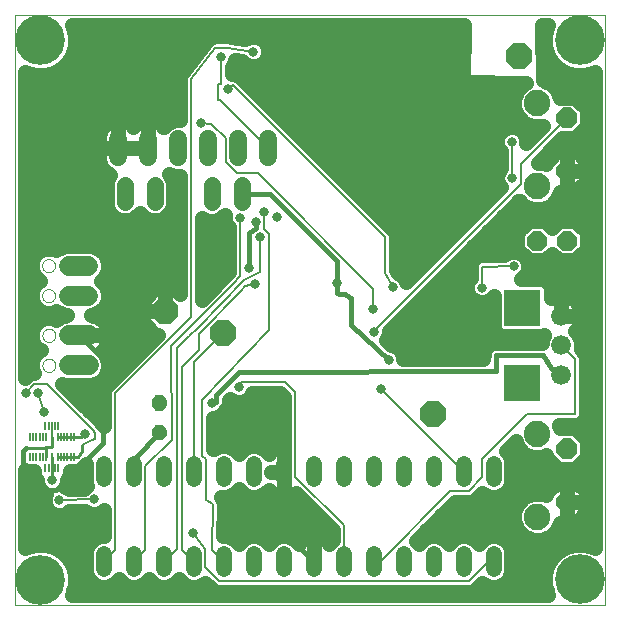
<source format=gtl>
G75*
%MOIN*%
%OFA0B0*%
%FSLAX24Y24*%
%IPPOS*%
%LPD*%
%AMOC8*
5,1,8,0,0,1.08239X$1,22.5*
%
%ADD10C,0.0000*%
%ADD11OC8,0.0850*%
%ADD12C,0.0520*%
%ADD13C,0.0560*%
%ADD14C,0.0104*%
%ADD15OC8,0.0660*%
%ADD16OC8,0.0700*%
%ADD17C,0.0885*%
%ADD18C,0.0660*%
%ADD19R,0.1227X0.1227*%
%ADD20C,0.0600*%
%ADD21C,0.0650*%
%ADD22R,0.0112X0.0276*%
%ADD23C,0.0160*%
%ADD24C,0.0317*%
%ADD25C,0.0110*%
%ADD26C,0.0500*%
%ADD27C,0.0100*%
%ADD28C,0.0080*%
%ADD29C,0.1660*%
D10*
X000350Y000350D02*
X000350Y020035D01*
X020035Y020035D01*
X020035Y000350D01*
X000350Y000350D01*
X001267Y008344D02*
X001269Y008373D01*
X001275Y008401D01*
X001284Y008429D01*
X001297Y008455D01*
X001314Y008478D01*
X001333Y008500D01*
X001355Y008519D01*
X001380Y008534D01*
X001406Y008547D01*
X001434Y008555D01*
X001462Y008560D01*
X001491Y008561D01*
X001520Y008558D01*
X001548Y008551D01*
X001575Y008541D01*
X001601Y008527D01*
X001624Y008510D01*
X001645Y008490D01*
X001663Y008467D01*
X001678Y008442D01*
X001689Y008415D01*
X001697Y008387D01*
X001701Y008358D01*
X001701Y008330D01*
X001697Y008301D01*
X001689Y008273D01*
X001678Y008246D01*
X001663Y008221D01*
X001645Y008198D01*
X001624Y008178D01*
X001601Y008161D01*
X001575Y008147D01*
X001548Y008137D01*
X001520Y008130D01*
X001491Y008127D01*
X001462Y008128D01*
X001434Y008133D01*
X001406Y008141D01*
X001380Y008154D01*
X001355Y008169D01*
X001333Y008188D01*
X001314Y008210D01*
X001297Y008233D01*
X001284Y008259D01*
X001275Y008287D01*
X001269Y008315D01*
X001267Y008344D01*
X001267Y009344D02*
X001269Y009373D01*
X001275Y009401D01*
X001284Y009429D01*
X001297Y009455D01*
X001314Y009478D01*
X001333Y009500D01*
X001355Y009519D01*
X001380Y009534D01*
X001406Y009547D01*
X001434Y009555D01*
X001462Y009560D01*
X001491Y009561D01*
X001520Y009558D01*
X001548Y009551D01*
X001575Y009541D01*
X001601Y009527D01*
X001624Y009510D01*
X001645Y009490D01*
X001663Y009467D01*
X001678Y009442D01*
X001689Y009415D01*
X001697Y009387D01*
X001701Y009358D01*
X001701Y009330D01*
X001697Y009301D01*
X001689Y009273D01*
X001678Y009246D01*
X001663Y009221D01*
X001645Y009198D01*
X001624Y009178D01*
X001601Y009161D01*
X001575Y009147D01*
X001548Y009137D01*
X001520Y009130D01*
X001491Y009127D01*
X001462Y009128D01*
X001434Y009133D01*
X001406Y009141D01*
X001380Y009154D01*
X001355Y009169D01*
X001333Y009188D01*
X001314Y009210D01*
X001297Y009233D01*
X001284Y009259D01*
X001275Y009287D01*
X001269Y009315D01*
X001267Y009344D01*
X001259Y010670D02*
X001261Y010699D01*
X001267Y010727D01*
X001276Y010755D01*
X001289Y010781D01*
X001306Y010804D01*
X001325Y010826D01*
X001347Y010845D01*
X001372Y010860D01*
X001398Y010873D01*
X001426Y010881D01*
X001454Y010886D01*
X001483Y010887D01*
X001512Y010884D01*
X001540Y010877D01*
X001567Y010867D01*
X001593Y010853D01*
X001616Y010836D01*
X001637Y010816D01*
X001655Y010793D01*
X001670Y010768D01*
X001681Y010741D01*
X001689Y010713D01*
X001693Y010684D01*
X001693Y010656D01*
X001689Y010627D01*
X001681Y010599D01*
X001670Y010572D01*
X001655Y010547D01*
X001637Y010524D01*
X001616Y010504D01*
X001593Y010487D01*
X001567Y010473D01*
X001540Y010463D01*
X001512Y010456D01*
X001483Y010453D01*
X001454Y010454D01*
X001426Y010459D01*
X001398Y010467D01*
X001372Y010480D01*
X001347Y010495D01*
X001325Y010514D01*
X001306Y010536D01*
X001289Y010559D01*
X001276Y010585D01*
X001267Y010613D01*
X001261Y010641D01*
X001259Y010670D01*
X001259Y011670D02*
X001261Y011699D01*
X001267Y011727D01*
X001276Y011755D01*
X001289Y011781D01*
X001306Y011804D01*
X001325Y011826D01*
X001347Y011845D01*
X001372Y011860D01*
X001398Y011873D01*
X001426Y011881D01*
X001454Y011886D01*
X001483Y011887D01*
X001512Y011884D01*
X001540Y011877D01*
X001567Y011867D01*
X001593Y011853D01*
X001616Y011836D01*
X001637Y011816D01*
X001655Y011793D01*
X001670Y011768D01*
X001681Y011741D01*
X001689Y011713D01*
X001693Y011684D01*
X001693Y011656D01*
X001689Y011627D01*
X001681Y011599D01*
X001670Y011572D01*
X001655Y011547D01*
X001637Y011524D01*
X001616Y011504D01*
X001593Y011487D01*
X001567Y011473D01*
X001540Y011463D01*
X001512Y011456D01*
X001483Y011453D01*
X001454Y011454D01*
X001426Y011459D01*
X001398Y011467D01*
X001372Y011480D01*
X001347Y011495D01*
X001325Y011514D01*
X001306Y011536D01*
X001289Y011559D01*
X001276Y011585D01*
X001267Y011613D01*
X001261Y011641D01*
X001259Y011670D01*
D11*
X005350Y010143D03*
X007280Y009422D03*
X014277Y006729D03*
X017168Y018666D03*
D12*
X016317Y005065D02*
X016317Y004545D01*
X015317Y004545D02*
X015317Y005065D01*
X014317Y005065D02*
X014317Y004545D01*
X013317Y004545D02*
X013317Y005065D01*
X012317Y005065D02*
X012317Y004545D01*
X011317Y004545D02*
X011317Y005065D01*
X010317Y005065D02*
X010317Y004545D01*
X009317Y004545D02*
X009317Y005065D01*
X008317Y005065D02*
X008317Y004545D01*
X007317Y004545D02*
X007317Y005065D01*
X006317Y005065D02*
X006317Y004545D01*
X005317Y004545D02*
X005317Y005065D01*
X004317Y005065D02*
X004317Y004545D01*
X003317Y004545D02*
X003317Y005065D01*
X003317Y002065D02*
X003317Y001545D01*
X004317Y001545D02*
X004317Y002065D01*
X005317Y002065D02*
X005317Y001545D01*
X006317Y001545D02*
X006317Y002065D01*
X007317Y002065D02*
X007317Y001545D01*
X008317Y001545D02*
X008317Y002065D01*
X009317Y002065D02*
X009317Y001545D01*
X010317Y001545D02*
X010317Y002065D01*
X011317Y002065D02*
X011317Y001545D01*
X012317Y001545D02*
X012317Y002065D01*
X013317Y002065D02*
X013317Y001545D01*
X014317Y001545D02*
X014317Y002065D01*
X015317Y002065D02*
X015317Y001545D01*
X016317Y001545D02*
X016317Y002065D01*
D13*
X007916Y013783D02*
X007916Y014343D01*
X006916Y014343D02*
X006916Y013783D01*
X005021Y013790D02*
X005021Y014350D01*
X004021Y014350D02*
X004021Y013790D01*
D14*
X004998Y007072D02*
X004946Y007020D01*
X004946Y007192D01*
X005067Y007313D01*
X005239Y007313D01*
X005360Y007192D01*
X005360Y007020D01*
X005239Y006899D01*
X005067Y006899D01*
X004946Y007020D01*
X005024Y007052D01*
X005024Y007160D01*
X005099Y007235D01*
X005207Y007235D01*
X005282Y007160D01*
X005282Y007052D01*
X005207Y006977D01*
X005099Y006977D01*
X005024Y007052D01*
X005102Y007085D01*
X005102Y007127D01*
X005132Y007157D01*
X005174Y007157D01*
X005204Y007127D01*
X005204Y007085D01*
X005174Y007055D01*
X005132Y007055D01*
X005102Y007085D01*
X004998Y006082D02*
X004946Y006030D01*
X004946Y006202D01*
X005067Y006323D01*
X005239Y006323D01*
X005360Y006202D01*
X005360Y006030D01*
X005239Y005909D01*
X005067Y005909D01*
X004946Y006030D01*
X005024Y006062D01*
X005024Y006170D01*
X005099Y006245D01*
X005207Y006245D01*
X005282Y006170D01*
X005282Y006062D01*
X005207Y005987D01*
X005099Y005987D01*
X005024Y006062D01*
X005102Y006095D01*
X005102Y006137D01*
X005132Y006167D01*
X005174Y006167D01*
X005204Y006137D01*
X005204Y006095D01*
X005174Y006065D01*
X005132Y006065D01*
X005102Y006095D01*
D15*
X017763Y012502D03*
X018763Y012502D03*
D16*
X018753Y014814D03*
X018753Y016594D03*
X018753Y005571D03*
X018753Y003791D03*
D17*
X017773Y003301D03*
X017773Y006061D03*
X017773Y014324D03*
X017773Y017084D03*
D18*
X018568Y009996D03*
X018568Y009011D03*
X018568Y008027D03*
D19*
X017268Y007752D03*
X017268Y010271D03*
D20*
X008804Y015289D02*
X008804Y015889D01*
X007804Y015889D02*
X007804Y015289D01*
X006804Y015289D02*
X006804Y015889D01*
X005804Y015889D02*
X005804Y015289D01*
X004804Y015289D02*
X004804Y015889D01*
X003804Y015889D02*
X003804Y015289D01*
D21*
X002801Y011670D02*
X002151Y011670D01*
X002151Y010670D02*
X002801Y010670D01*
X002809Y009344D02*
X002160Y009344D01*
X002160Y008344D02*
X002809Y008344D01*
D22*
X001804Y006336D03*
X001696Y006336D03*
X001588Y006336D03*
X001481Y006336D03*
X001374Y006336D03*
X001588Y006148D03*
X001588Y005953D03*
X001785Y005953D03*
X001892Y005953D03*
X001999Y005953D03*
X002105Y005953D03*
X002214Y005953D03*
X002321Y005953D03*
X002320Y005304D03*
X002213Y005304D03*
X002104Y005304D03*
X001998Y005305D03*
X001891Y005305D03*
X001785Y005303D03*
X001588Y005303D03*
X001391Y005303D03*
X001286Y005304D03*
X001179Y005304D03*
X001070Y005304D03*
X000964Y005304D03*
X000857Y005304D03*
X001374Y004920D03*
X001481Y004920D03*
X001588Y004920D03*
X001696Y004920D03*
X001804Y004920D03*
X001588Y005083D03*
X001391Y005953D03*
X001282Y005953D03*
X001175Y005953D03*
X001066Y005953D03*
X000960Y005953D03*
X000853Y005953D03*
D23*
X000728Y005602D02*
X000633Y005507D01*
X000633Y005019D01*
X001460Y004193D01*
X001728Y004193D01*
X002476Y004941D01*
X002610Y004807D01*
X002476Y004941D02*
X003295Y005759D01*
X003295Y008547D01*
X002492Y009350D01*
X002484Y009344D01*
X006508Y010536D02*
X007466Y011591D01*
X008158Y011591D02*
X008159Y012774D01*
X008381Y012925D01*
X008381Y013114D01*
X007917Y014059D02*
X007916Y014063D01*
X007917Y014059D02*
X008854Y014059D01*
X011082Y011830D01*
X011084Y011098D01*
X011079Y010769D01*
X011153Y010736D01*
X011358Y010736D01*
X011476Y010618D01*
X011550Y010584D01*
X011553Y010274D01*
X011553Y009691D01*
X012816Y008534D01*
X016385Y008690D02*
X016376Y008165D01*
X007830Y008130D01*
X007071Y007370D01*
X007071Y007137D01*
X006929Y007137D01*
X006929Y007082D01*
X005193Y006114D02*
X005153Y006116D01*
X005193Y006114D02*
X004319Y005240D01*
X004319Y004807D01*
X004317Y004805D01*
X007842Y002408D02*
X008090Y002437D01*
X008145Y002492D01*
X009626Y002492D01*
X010311Y001807D01*
X010317Y001805D01*
X009279Y003322D02*
X008720Y003849D01*
X016385Y008690D02*
X017973Y008690D01*
X018229Y008268D01*
X018568Y008027D01*
D24*
X015921Y010932D03*
X016975Y011646D03*
X012941Y010955D03*
X012297Y010239D03*
X012326Y009468D03*
X012816Y008534D03*
X012573Y007573D03*
X007818Y007611D03*
X006929Y007082D03*
X002684Y006056D03*
X001329Y006778D03*
X001122Y007437D03*
X000720Y007437D03*
X002610Y004807D03*
X001595Y004511D03*
X001834Y003842D03*
X002988Y003881D03*
X006286Y002741D03*
X007842Y002408D03*
X009279Y003322D03*
X008720Y003849D03*
X006508Y010536D03*
X007466Y011591D03*
X008158Y011591D03*
X008358Y011060D03*
X008538Y012625D03*
X008381Y013114D03*
X008673Y013445D03*
X009101Y013299D03*
X007845Y013263D03*
X011084Y011098D03*
X016926Y014596D03*
X016918Y015799D03*
X008304Y018805D03*
X007214Y018608D03*
X007472Y017573D03*
X006543Y016434D03*
D25*
X002684Y006056D02*
X002561Y005957D01*
X002561Y005953D01*
X001785Y005953D01*
X001588Y005953D02*
X001588Y005626D01*
X001389Y005627D01*
X001334Y005602D01*
X000728Y005602D01*
X001389Y005627D02*
X001390Y005336D01*
X001588Y005303D02*
X001592Y005303D01*
X001597Y004851D01*
X001595Y004511D01*
D26*
X002052Y004338D02*
X002765Y004338D01*
X002772Y004320D02*
X002711Y004295D01*
X002656Y004240D01*
X002144Y004222D01*
X002111Y004256D01*
X002032Y004289D01*
X002083Y004414D01*
X002083Y004540D01*
X002139Y004595D01*
X002190Y004717D01*
X002190Y004837D01*
X002226Y004837D01*
X002442Y004837D01*
X002563Y004887D01*
X002654Y004978D01*
X002661Y004981D01*
X002681Y005001D01*
X002706Y005016D01*
X002727Y005044D01*
X002727Y004428D01*
X002772Y004320D01*
X002727Y004837D02*
X002190Y004837D01*
X002226Y004837D02*
X002226Y004837D01*
X001398Y004064D02*
X001318Y004097D01*
X001181Y004234D01*
X001107Y004414D01*
X001107Y004527D01*
X001038Y004596D01*
X000988Y004717D01*
X000988Y004836D01*
X000949Y004836D01*
X000948Y004836D01*
X000735Y004836D01*
X000700Y004851D01*
X000700Y002251D01*
X000752Y002281D01*
X001047Y002360D01*
X001353Y002360D01*
X001648Y002281D01*
X001912Y002128D01*
X002128Y001912D01*
X002281Y001648D01*
X002360Y001353D01*
X002360Y001047D01*
X002281Y000752D01*
X002251Y000700D01*
X018136Y000700D01*
X018099Y000765D01*
X018019Y001060D01*
X018019Y001365D01*
X018099Y001660D01*
X018251Y001924D01*
X018467Y002140D01*
X018732Y002293D01*
X019027Y002372D01*
X019332Y002372D01*
X019627Y002293D01*
X019685Y002260D01*
X019685Y018128D01*
X019629Y018096D01*
X019334Y018017D01*
X019029Y018017D01*
X018734Y018096D01*
X018469Y018248D01*
X018253Y018464D01*
X018101Y018729D01*
X018022Y019024D01*
X018022Y019329D01*
X018101Y019624D01*
X018136Y019685D01*
X017915Y019685D01*
X017949Y017848D01*
X018211Y017739D01*
X018428Y017522D01*
X018531Y017274D01*
X019035Y017274D01*
X019433Y016876D01*
X019433Y016313D01*
X019035Y015914D01*
X018595Y015914D01*
X017778Y015097D01*
X017927Y015097D01*
X018053Y015044D01*
X018053Y015104D01*
X018463Y015514D01*
X018753Y015514D01*
X018753Y014814D01*
X018753Y014814D01*
X018753Y014114D01*
X018523Y014114D01*
X018428Y013887D01*
X018211Y013669D01*
X017927Y013552D01*
X017620Y013552D01*
X017336Y013669D01*
X017166Y013839D01*
X012815Y009488D01*
X012815Y009371D01*
X012740Y009191D01*
X012724Y009175D01*
X012890Y009022D01*
X012914Y009022D01*
X013093Y008948D01*
X013230Y008810D01*
X013305Y008631D01*
X013305Y008562D01*
X015973Y008573D01*
X015975Y008694D01*
X015975Y008772D01*
X015976Y008775D01*
X015976Y008779D01*
X016007Y008851D01*
X016037Y008923D01*
X016040Y008925D01*
X016041Y008929D01*
X016098Y008983D01*
X016153Y009038D01*
X016156Y009039D01*
X016159Y009042D01*
X016231Y009071D01*
X016303Y009100D01*
X016307Y009100D01*
X016311Y009102D01*
X016388Y009100D01*
X017908Y009100D01*
X017908Y009143D01*
X017992Y009346D01*
X017947Y009328D01*
X016589Y009328D01*
X016468Y009378D01*
X016375Y009471D01*
X016325Y009592D01*
X016325Y010645D01*
X016197Y010518D01*
X016018Y010443D01*
X015824Y010443D01*
X015644Y010518D01*
X015507Y010655D01*
X015432Y010835D01*
X015432Y011029D01*
X015507Y011208D01*
X015550Y011252D01*
X015550Y011399D01*
X015550Y011400D01*
X015550Y011473D01*
X015550Y011546D01*
X015550Y011546D01*
X015550Y011639D01*
X015549Y011711D01*
X015550Y011712D01*
X015550Y011713D01*
X015578Y011781D01*
X015605Y011848D01*
X015606Y011848D01*
X015606Y011849D01*
X015658Y011901D01*
X015708Y011952D01*
X015709Y011953D01*
X015710Y011953D01*
X015777Y011981D01*
X015844Y012009D01*
X015845Y012009D01*
X015846Y012010D01*
X015919Y012010D01*
X016653Y012014D01*
X016699Y012060D01*
X016878Y012134D01*
X017073Y012134D01*
X017252Y012060D01*
X017389Y011922D01*
X017464Y011743D01*
X017464Y011549D01*
X017389Y011369D01*
X017252Y011232D01*
X017211Y011215D01*
X017947Y011215D01*
X018069Y011164D01*
X018162Y011072D01*
X018212Y010950D01*
X018212Y010575D01*
X018266Y010607D01*
X018349Y010641D01*
X018435Y010664D01*
X018523Y010676D01*
X018568Y010676D01*
X018568Y009996D01*
X018568Y009996D01*
X019248Y009996D01*
X019248Y010040D01*
X019236Y010129D01*
X019213Y010215D01*
X019179Y010297D01*
X019134Y010374D01*
X019080Y010445D01*
X019017Y010508D01*
X018946Y010562D01*
X018869Y010607D01*
X018787Y010641D01*
X018701Y010664D01*
X018612Y010676D01*
X018568Y010676D01*
X018568Y009996D01*
X018568Y009996D01*
X019248Y009996D01*
X019248Y009951D01*
X019236Y009863D01*
X019213Y009777D01*
X019179Y009694D01*
X019134Y009617D01*
X019080Y009546D01*
X019023Y009489D01*
X019127Y009385D01*
X019228Y009143D01*
X019228Y008880D01*
X019227Y008878D01*
X019333Y008772D01*
X019389Y008636D01*
X019389Y007838D01*
X019391Y006794D01*
X019391Y006794D01*
X019391Y006720D01*
X019391Y006647D01*
X019391Y006647D01*
X019391Y006646D01*
X019362Y006578D01*
X019335Y006511D01*
X019334Y006511D01*
X019334Y006510D01*
X019282Y006458D01*
X019231Y006407D01*
X019230Y006407D01*
X019230Y006406D01*
X019162Y006378D01*
X019095Y006350D01*
X019094Y006350D01*
X019094Y006350D01*
X019021Y006350D01*
X018947Y006350D01*
X018947Y006350D01*
X018490Y006350D01*
X018531Y006251D01*
X019035Y006251D01*
X019433Y005852D01*
X019433Y005289D01*
X019035Y004891D01*
X018472Y004891D01*
X018073Y005289D01*
X018073Y005349D01*
X017927Y005288D01*
X017620Y005288D01*
X017336Y005406D01*
X017118Y005623D01*
X017041Y005809D01*
X016724Y005492D01*
X016817Y005399D01*
X016907Y005183D01*
X016907Y004428D01*
X016817Y004211D01*
X016651Y004045D01*
X016435Y003955D01*
X016200Y003955D01*
X015983Y004045D01*
X015933Y004095D01*
X015686Y003847D01*
X015550Y003791D01*
X015023Y003791D01*
X013724Y002492D01*
X013817Y002400D01*
X013983Y002565D01*
X014200Y002655D01*
X014435Y002655D01*
X014651Y002565D01*
X014817Y002400D01*
X014983Y002565D01*
X015200Y002655D01*
X015435Y002655D01*
X015651Y002565D01*
X015817Y002400D01*
X015983Y002565D01*
X016200Y002655D01*
X016435Y002655D01*
X016651Y002565D01*
X016817Y002399D01*
X016907Y002183D01*
X016907Y001428D01*
X016817Y001211D01*
X016651Y001045D01*
X016435Y000955D01*
X016200Y000955D01*
X015983Y001045D01*
X015933Y001095D01*
X015790Y000951D01*
X015686Y000847D01*
X015550Y000791D01*
X007087Y000791D01*
X006951Y000847D01*
X006847Y000951D01*
X006847Y000951D01*
X006703Y001096D01*
X006651Y001045D01*
X006435Y000955D01*
X006200Y000955D01*
X005983Y001045D01*
X005817Y001211D01*
X005651Y001045D01*
X005435Y000955D01*
X005200Y000955D01*
X004983Y001045D01*
X004817Y001211D01*
X004651Y001045D01*
X004435Y000955D01*
X004200Y000955D01*
X003983Y001045D01*
X003817Y001211D01*
X003651Y001045D01*
X003435Y000955D01*
X003200Y000955D01*
X002983Y001045D01*
X002817Y001211D01*
X002727Y001428D01*
X002727Y002183D01*
X002817Y002399D01*
X002983Y002565D01*
X003200Y002655D01*
X003334Y002655D01*
X003334Y003537D01*
X003265Y003467D01*
X003085Y003393D01*
X002891Y003393D01*
X002711Y003467D01*
X002678Y003500D01*
X002166Y003483D01*
X002111Y003428D01*
X001931Y003353D01*
X001737Y003353D01*
X001557Y003428D01*
X001420Y003565D01*
X001346Y003744D01*
X001346Y003939D01*
X001398Y004064D01*
X001346Y003840D02*
X000700Y003840D01*
X000700Y003341D02*
X003334Y003341D01*
X003334Y002843D02*
X000700Y002843D01*
X000700Y002344D02*
X000988Y002344D01*
X001412Y002344D02*
X002794Y002344D01*
X002727Y001846D02*
X002167Y001846D01*
X002360Y001347D02*
X002761Y001347D01*
X002307Y000849D02*
X006950Y000849D01*
X007817Y002400D02*
X007651Y002565D01*
X007435Y002655D01*
X007307Y002655D01*
X007317Y003695D01*
X007323Y003750D01*
X007318Y003768D01*
X007318Y003787D01*
X007297Y003838D01*
X007281Y003892D01*
X007270Y003906D01*
X007263Y003923D01*
X007231Y003955D01*
X007435Y003955D01*
X007651Y004045D01*
X007817Y004211D01*
X007983Y004045D01*
X008200Y003955D01*
X008435Y003955D01*
X008651Y004045D01*
X008811Y004204D01*
X008852Y004148D01*
X008920Y004080D01*
X008998Y004024D01*
X009083Y003980D01*
X009174Y003950D01*
X009269Y003935D01*
X009317Y003935D01*
X009317Y004805D01*
X008907Y004805D01*
X008907Y004805D01*
X009317Y004805D01*
X009317Y004805D01*
X009317Y004805D01*
X009317Y003935D01*
X009365Y003935D01*
X009460Y003950D01*
X009551Y003980D01*
X009637Y004024D01*
X009715Y004080D01*
X009717Y004082D01*
X010941Y002858D01*
X010941Y002523D01*
X010824Y002406D01*
X010783Y002463D01*
X010715Y002531D01*
X010637Y002587D01*
X010551Y002631D01*
X010460Y002660D01*
X010365Y002675D01*
X010317Y002675D01*
X010269Y002675D01*
X010174Y002660D01*
X010083Y002631D01*
X009998Y002587D01*
X009920Y002531D01*
X009852Y002463D01*
X009811Y002406D01*
X009651Y002565D01*
X009435Y002655D01*
X009200Y002655D01*
X008983Y002565D01*
X008817Y002400D01*
X008651Y002565D01*
X008435Y002655D01*
X008200Y002655D01*
X007983Y002565D01*
X007817Y002400D01*
X007309Y002843D02*
X010941Y002843D01*
X010317Y002675D02*
X010317Y001805D01*
X010317Y002675D01*
X010317Y002344D02*
X010317Y002344D01*
X010317Y001846D02*
X010317Y001846D01*
X010317Y001805D02*
X010317Y001805D01*
X010458Y003341D02*
X007314Y003341D01*
X007297Y003840D02*
X009959Y003840D01*
X009317Y004338D02*
X009317Y004338D01*
X009334Y004805D02*
X009317Y004805D01*
X009317Y005675D01*
X009269Y005675D01*
X009174Y005660D01*
X009083Y005631D01*
X008998Y005587D01*
X008920Y005531D01*
X008852Y005463D01*
X008811Y005406D01*
X008651Y005565D01*
X008435Y005655D01*
X008200Y005655D01*
X007983Y005565D01*
X007817Y005400D01*
X007651Y005565D01*
X007435Y005655D01*
X007200Y005655D01*
X006983Y005565D01*
X006964Y005546D01*
X006964Y006594D01*
X007027Y006594D01*
X007206Y006668D01*
X007344Y006806D01*
X007361Y006848D01*
X007418Y006905D01*
X007481Y007056D01*
X007481Y007201D01*
X007509Y007229D01*
X007541Y007197D01*
X007721Y007123D01*
X007915Y007123D01*
X008095Y007197D01*
X008232Y007334D01*
X008271Y007429D01*
X009197Y007429D01*
X009334Y007291D01*
X009334Y005675D01*
X009317Y005675D01*
X009317Y004805D01*
X009317Y004805D01*
X009317Y004805D01*
X009334Y004805D01*
X009334Y004805D01*
X009317Y004837D02*
X009317Y004837D01*
X009317Y005335D02*
X009317Y005335D01*
X009334Y005834D02*
X006964Y005834D01*
X006964Y006332D02*
X009334Y006332D01*
X009334Y006831D02*
X007354Y006831D01*
X008227Y007329D02*
X009297Y007329D01*
X012795Y009323D02*
X017982Y009323D01*
X019153Y009323D02*
X019685Y009323D01*
X019685Y008825D02*
X019281Y008825D01*
X019389Y008326D02*
X019685Y008326D01*
X019685Y007828D02*
X019389Y007828D01*
X019390Y007329D02*
X019685Y007329D01*
X019685Y006831D02*
X019390Y006831D01*
X019685Y006332D02*
X018497Y006332D01*
X019433Y005834D02*
X019685Y005834D01*
X019685Y005335D02*
X019433Y005335D01*
X019685Y004837D02*
X016907Y004837D01*
X016870Y004338D02*
X018311Y004338D01*
X018463Y004491D02*
X018053Y004081D01*
X018053Y004021D01*
X017927Y004073D01*
X017620Y004073D01*
X017336Y003956D01*
X017118Y003738D01*
X017001Y003454D01*
X017001Y003147D01*
X017118Y002863D01*
X017336Y002646D01*
X017620Y002528D01*
X017927Y002528D01*
X018211Y002646D01*
X018428Y002863D01*
X018523Y003091D01*
X018753Y003091D01*
X018753Y003791D01*
X018753Y004491D01*
X018463Y004491D01*
X018753Y004491D02*
X018753Y003791D01*
X018753Y003791D01*
X018753Y003791D01*
X019453Y003791D01*
X019453Y004081D01*
X019043Y004491D01*
X018753Y004491D01*
X018753Y004338D02*
X018753Y004338D01*
X019196Y004338D02*
X019685Y004338D01*
X019685Y003840D02*
X019453Y003840D01*
X019453Y003791D02*
X018753Y003791D01*
X018753Y003791D01*
X018753Y003091D01*
X019043Y003091D01*
X019453Y003501D01*
X019453Y003791D01*
X019294Y003341D02*
X019685Y003341D01*
X019685Y002843D02*
X018408Y002843D01*
X018921Y002344D02*
X016840Y002344D01*
X016907Y001846D02*
X018206Y001846D01*
X018019Y001347D02*
X016874Y001347D01*
X015687Y000849D02*
X018076Y000849D01*
X019437Y002344D02*
X019685Y002344D01*
X018753Y003341D02*
X018753Y003341D01*
X018753Y003840D02*
X018753Y003840D01*
X017220Y003840D02*
X015667Y003840D01*
X014573Y003341D02*
X017001Y003341D01*
X017139Y002843D02*
X014074Y002843D01*
X016844Y005335D02*
X017507Y005335D01*
X018040Y005335D02*
X018073Y005335D01*
X015996Y008825D02*
X013216Y008825D01*
X013148Y009822D02*
X016325Y009822D01*
X016325Y010320D02*
X013646Y010320D01*
X014145Y010819D02*
X015439Y010819D01*
X015550Y011317D02*
X014643Y011317D01*
X015142Y011816D02*
X015592Y011816D01*
X015640Y012314D02*
X017103Y012314D01*
X017103Y012228D02*
X017490Y011842D01*
X018037Y011842D01*
X018263Y012068D01*
X018490Y011842D01*
X019037Y011842D01*
X019423Y012228D01*
X019423Y012775D01*
X019037Y013162D01*
X018490Y013162D01*
X018263Y012935D01*
X018037Y013162D01*
X017490Y013162D01*
X017103Y012775D01*
X017103Y012228D01*
X017434Y011816D02*
X019685Y011816D01*
X019685Y011317D02*
X017337Y011317D01*
X018212Y010819D02*
X019685Y010819D01*
X019685Y010320D02*
X019166Y010320D01*
X019225Y009822D02*
X019685Y009822D01*
X018568Y010320D02*
X018568Y010320D01*
X019423Y012314D02*
X019685Y012314D01*
X019685Y012813D02*
X019386Y012813D01*
X019685Y013311D02*
X016637Y013311D01*
X017136Y013810D02*
X017196Y013810D01*
X016556Y014276D02*
X013401Y011121D01*
X013356Y011232D01*
X013218Y011370D01*
X013121Y011410D01*
X013057Y011530D01*
X013048Y011684D01*
X013048Y012543D01*
X013048Y012543D01*
X013048Y012617D01*
X013048Y012690D01*
X013048Y012691D01*
X013020Y012758D01*
X012992Y012826D01*
X012992Y012827D01*
X012940Y012878D01*
X012888Y012931D01*
X012888Y012931D01*
X007888Y017926D01*
X007857Y017966D01*
X007836Y017978D01*
X007819Y017994D01*
X007773Y018014D01*
X007729Y018039D01*
X007705Y018042D01*
X007683Y018051D01*
X007633Y018051D01*
X007583Y018057D01*
X007581Y018057D01*
X007580Y018057D01*
X007582Y018285D01*
X007628Y018331D01*
X007702Y018511D01*
X007702Y018528D01*
X007927Y018491D01*
X008027Y018391D01*
X008207Y018317D01*
X008401Y018317D01*
X008581Y018391D01*
X008718Y018529D01*
X008792Y018708D01*
X008792Y018903D01*
X008718Y019082D01*
X008581Y019219D01*
X008401Y019294D01*
X008207Y019294D01*
X008037Y019223D01*
X007566Y019299D01*
X007530Y019313D01*
X007494Y019311D01*
X007457Y019317D01*
X007421Y019308D01*
X007414Y019308D01*
X007090Y019308D01*
X007066Y019314D01*
X007017Y019308D01*
X006966Y019308D01*
X006944Y019299D01*
X006920Y019296D01*
X006877Y019271D01*
X006830Y019252D01*
X006813Y019235D01*
X006793Y019223D01*
X006762Y019183D01*
X006726Y019148D01*
X006717Y019125D01*
X005946Y018131D01*
X005910Y018095D01*
X005901Y018073D01*
X005886Y018054D01*
X005873Y018005D01*
X005854Y017959D01*
X005854Y017935D01*
X005848Y017912D01*
X005854Y017862D01*
X005854Y016519D01*
X005679Y016519D01*
X005447Y016423D01*
X005315Y016291D01*
X005294Y016319D01*
X005233Y016379D01*
X005166Y016431D01*
X005092Y016473D01*
X005013Y016506D01*
X004931Y016528D01*
X004847Y016539D01*
X004804Y016539D01*
X004804Y015589D01*
X004154Y015589D01*
X003804Y015589D01*
X003804Y015589D01*
X003154Y015589D01*
X003154Y015246D01*
X003165Y015162D01*
X003187Y015080D01*
X003220Y015001D01*
X003262Y014927D01*
X003314Y014860D01*
X003374Y014799D01*
X003442Y014747D01*
X003514Y014706D01*
X003504Y014695D01*
X003411Y014471D01*
X003411Y013669D01*
X003504Y013444D01*
X003675Y013273D01*
X003899Y013180D01*
X004142Y013180D01*
X004366Y013273D01*
X004521Y013427D01*
X004675Y013273D01*
X004899Y013180D01*
X005142Y013180D01*
X005366Y013273D01*
X005538Y013444D01*
X005631Y013669D01*
X005631Y014471D01*
X005538Y014695D01*
X005500Y014733D01*
X005679Y014659D01*
X005854Y014659D01*
X005854Y010735D01*
X005671Y010918D01*
X005350Y010918D01*
X005350Y010143D01*
X005350Y010143D01*
X004575Y010143D01*
X004575Y009822D01*
X005029Y009368D01*
X005128Y009368D01*
X003391Y007630D01*
X003334Y007494D01*
X003334Y006323D01*
X003297Y006361D01*
X003281Y006379D01*
X003278Y006386D01*
X003231Y006433D01*
X003187Y006481D01*
X003180Y006485D01*
X001937Y007728D01*
X002029Y007689D01*
X002939Y007689D01*
X003180Y007789D01*
X003364Y007973D01*
X003464Y008214D01*
X003464Y008474D01*
X003364Y008715D01*
X003249Y008831D01*
X003255Y008836D01*
X003318Y008898D01*
X003372Y008968D01*
X003416Y009045D01*
X003450Y009127D01*
X003472Y009212D01*
X003484Y009300D01*
X003484Y009344D01*
X003484Y009388D01*
X003472Y009476D01*
X003450Y009561D01*
X003416Y009643D01*
X003372Y009720D01*
X003318Y009790D01*
X003255Y009852D01*
X003185Y009906D01*
X003108Y009950D01*
X003027Y009984D01*
X002941Y010007D01*
X002878Y010016D01*
X002931Y010016D01*
X003172Y010115D01*
X003356Y010299D01*
X003456Y010540D01*
X003456Y010801D01*
X003356Y011041D01*
X003227Y011170D01*
X003356Y011299D01*
X003456Y011540D01*
X003456Y011801D01*
X003356Y012041D01*
X003172Y012225D01*
X002931Y012325D01*
X002021Y012325D01*
X001781Y012225D01*
X001732Y012177D01*
X001589Y012237D01*
X001364Y012237D01*
X001155Y012151D01*
X000996Y011991D01*
X000910Y011783D01*
X000910Y011558D01*
X000996Y011349D01*
X001155Y011190D01*
X001203Y011170D01*
X001155Y011151D01*
X000996Y010991D01*
X000910Y010783D01*
X000910Y010558D01*
X000996Y010349D01*
X001155Y010190D01*
X001364Y010104D01*
X001589Y010104D01*
X001732Y010163D01*
X001781Y010115D01*
X002021Y010016D01*
X002091Y010016D01*
X002028Y010007D01*
X001942Y009984D01*
X001861Y009950D01*
X001784Y009906D01*
X001722Y009859D01*
X001597Y009910D01*
X001372Y009910D01*
X001164Y009824D01*
X001004Y009665D01*
X000918Y009457D01*
X000918Y009231D01*
X001004Y009023D01*
X001164Y008864D01*
X001211Y008844D01*
X001164Y008824D01*
X001164Y008825D02*
X000700Y008825D01*
X001004Y008665D02*
X000918Y008457D01*
X000918Y008231D01*
X000976Y008090D01*
X000930Y008090D01*
X000794Y008034D01*
X000700Y007940D01*
X000700Y018125D01*
X000753Y018094D01*
X001048Y018015D01*
X001353Y018015D01*
X001648Y018094D01*
X001913Y018247D01*
X002129Y018463D01*
X002282Y018727D01*
X002361Y019022D01*
X002361Y019328D01*
X002282Y019623D01*
X002246Y019685D01*
X015311Y019685D01*
X015298Y017775D01*
X017388Y017761D01*
X017336Y017739D01*
X017118Y017522D01*
X017001Y017238D01*
X017001Y016931D01*
X017118Y016647D01*
X017336Y016429D01*
X017620Y016312D01*
X017927Y016312D01*
X017959Y016325D01*
X017407Y015773D01*
X017407Y015896D01*
X017333Y016076D01*
X017195Y016213D01*
X017016Y016288D01*
X016821Y016288D01*
X016642Y016213D01*
X016504Y016076D01*
X016430Y015896D01*
X016430Y015702D01*
X016504Y015522D01*
X016550Y015476D01*
X016554Y014915D01*
X016512Y014873D01*
X016437Y014693D01*
X016437Y014499D01*
X016512Y014320D01*
X016556Y014276D01*
X016523Y014308D02*
X011509Y014308D01*
X011010Y014807D02*
X016484Y014807D01*
X016551Y015305D02*
X010511Y015305D01*
X010012Y015804D02*
X016430Y015804D01*
X017407Y015804D02*
X017438Y015804D01*
X017936Y016302D02*
X009513Y016302D01*
X009014Y016801D02*
X017055Y016801D01*
X017026Y017299D02*
X008515Y017299D01*
X008016Y017798D02*
X015298Y017798D01*
X015301Y018296D02*
X007593Y018296D01*
X006461Y018795D02*
X002300Y018795D01*
X002361Y019293D02*
X006915Y019293D01*
X007606Y019293D02*
X008205Y019293D01*
X008403Y019293D02*
X015308Y019293D01*
X015305Y018795D02*
X008792Y018795D01*
X006074Y018296D02*
X001962Y018296D01*
X000700Y017798D02*
X005854Y017798D01*
X005854Y017299D02*
X000700Y017299D01*
X000700Y016801D02*
X005854Y016801D01*
X005326Y016302D02*
X005306Y016302D01*
X004804Y016302D02*
X004804Y016302D01*
X004677Y016528D02*
X004595Y016506D01*
X004516Y016473D01*
X004442Y016431D01*
X004374Y016379D01*
X004314Y016319D01*
X004304Y016305D01*
X004294Y016319D01*
X004233Y016379D01*
X004166Y016431D01*
X004092Y016473D01*
X004013Y016506D01*
X003931Y016528D01*
X003847Y016539D01*
X003804Y016539D01*
X003804Y015589D01*
X003804Y015589D01*
X004804Y015589D01*
X004804Y015589D01*
X004804Y015589D01*
X004804Y016539D01*
X004761Y016539D01*
X004677Y016528D01*
X003804Y016539D02*
X003761Y016539D01*
X003677Y016528D01*
X003595Y016506D01*
X003516Y016473D01*
X003442Y016431D01*
X003374Y016379D01*
X003314Y016319D01*
X003262Y016251D01*
X003220Y016177D01*
X003187Y016098D01*
X003165Y016016D01*
X003154Y015932D01*
X003154Y015589D01*
X003804Y015589D01*
X003804Y015589D01*
X003804Y016539D01*
X003804Y016302D02*
X003804Y016302D01*
X003302Y016302D02*
X000700Y016302D01*
X000700Y015804D02*
X003154Y015804D01*
X003154Y015305D02*
X000700Y015305D01*
X000700Y014807D02*
X003367Y014807D01*
X003411Y014308D02*
X000700Y014308D01*
X000700Y013810D02*
X003411Y013810D01*
X003637Y013311D02*
X000700Y013311D01*
X000700Y012813D02*
X005854Y012813D01*
X005854Y012314D02*
X002958Y012314D01*
X003450Y011816D02*
X005854Y011816D01*
X005854Y011317D02*
X003363Y011317D01*
X003448Y010819D02*
X004929Y010819D01*
X005029Y010918D02*
X004575Y010464D01*
X004575Y010143D01*
X005350Y010143D01*
X005350Y010143D01*
X005350Y010918D01*
X005029Y010918D01*
X005350Y010819D02*
X005350Y010819D01*
X005770Y010819D02*
X005854Y010819D01*
X006594Y010819D02*
X006871Y010819D01*
X006594Y010540D02*
X006594Y013256D01*
X006795Y013173D01*
X007038Y013173D01*
X007262Y013266D01*
X007356Y013360D01*
X007356Y013166D01*
X007431Y012987D01*
X007476Y012941D01*
X007482Y011563D01*
X007479Y011458D01*
X007359Y011309D01*
X006594Y010540D01*
X006594Y011317D02*
X007365Y011317D01*
X007481Y011816D02*
X006594Y011816D01*
X006594Y012314D02*
X007479Y012314D01*
X007477Y012813D02*
X006594Y012813D01*
X007307Y013311D02*
X007356Y013311D01*
X005854Y013311D02*
X005405Y013311D01*
X005631Y013810D02*
X005854Y013810D01*
X005854Y014308D02*
X005631Y014308D01*
X004637Y013311D02*
X004405Y013311D01*
X001994Y012314D02*
X000700Y012314D01*
X000700Y011816D02*
X000923Y011816D01*
X001028Y011317D02*
X000700Y011317D01*
X000700Y010819D02*
X000924Y010819D01*
X001025Y010320D02*
X000700Y010320D01*
X000700Y009822D02*
X001161Y009822D01*
X000918Y009323D02*
X000700Y009323D01*
X001164Y008824D02*
X001004Y008665D01*
X000918Y008326D02*
X000700Y008326D01*
X002335Y007329D02*
X003334Y007329D01*
X003334Y006831D02*
X002834Y006831D01*
X003325Y006332D02*
X003334Y006332D01*
X003219Y007828D02*
X003588Y007828D01*
X003464Y008326D02*
X004086Y008326D01*
X004585Y008825D02*
X003255Y008825D01*
X003484Y009323D02*
X005083Y009323D01*
X004575Y009822D02*
X003286Y009822D01*
X003365Y010320D02*
X004575Y010320D01*
X005350Y010320D02*
X005350Y010320D01*
X003484Y009344D02*
X002484Y009344D01*
X002484Y009344D01*
X003484Y009344D01*
X000734Y004837D02*
X000700Y004837D01*
X000700Y004338D02*
X001138Y004338D01*
X013048Y011816D02*
X014095Y011816D01*
X013597Y011317D02*
X013271Y011317D01*
X013048Y012314D02*
X014594Y012314D01*
X015092Y012813D02*
X012998Y012813D01*
X012992Y012827D02*
X012992Y012827D01*
X013048Y012691D02*
X013048Y012691D01*
X012507Y013311D02*
X015591Y013311D01*
X016089Y013810D02*
X012008Y013810D01*
X016139Y012813D02*
X017141Y012813D01*
X018351Y013810D02*
X019685Y013810D01*
X019043Y014114D02*
X019453Y014524D01*
X019453Y014814D01*
X018753Y014814D01*
X018753Y014114D01*
X019043Y014114D01*
X019237Y014308D02*
X019685Y014308D01*
X019685Y014807D02*
X019453Y014807D01*
X019453Y014814D02*
X019453Y015104D01*
X019043Y015514D01*
X018753Y015514D01*
X018753Y014814D01*
X018753Y014814D01*
X018753Y014814D01*
X019453Y014814D01*
X019253Y015305D02*
X019685Y015305D01*
X019685Y015804D02*
X018484Y015804D01*
X018254Y015305D02*
X017986Y015305D01*
X018753Y015305D02*
X018753Y015305D01*
X018753Y014807D02*
X018753Y014807D01*
X018753Y014308D02*
X018753Y014308D01*
X019423Y016302D02*
X019685Y016302D01*
X019685Y016801D02*
X019433Y016801D01*
X019685Y017299D02*
X018521Y017299D01*
X018070Y017798D02*
X019685Y017798D01*
X018422Y018296D02*
X017941Y018296D01*
X017932Y018795D02*
X018083Y018795D01*
X018022Y019293D02*
X017922Y019293D01*
X004804Y015804D02*
X004804Y015804D01*
X003804Y015804D02*
X003804Y015804D01*
D27*
X001588Y005953D02*
X001586Y005953D01*
X001390Y005336D02*
X001391Y005303D01*
X001785Y005303D02*
X002446Y005303D01*
X002590Y005496D01*
X002590Y005679D01*
D28*
X002923Y005850D01*
X003026Y005899D01*
X003029Y006107D01*
X002964Y006177D01*
X001421Y007720D01*
X001004Y007720D01*
X000720Y007437D01*
X001122Y007437D02*
X001329Y006778D01*
X003704Y007421D02*
X003704Y002193D01*
X003319Y001807D01*
X003317Y001805D01*
X004317Y001805D02*
X004319Y001807D01*
X004704Y002193D01*
X004704Y004996D01*
X005578Y005870D01*
X005568Y008984D01*
X007634Y011062D01*
X007846Y011323D01*
X007852Y011559D01*
X007845Y013263D01*
X008673Y013445D02*
X008673Y012885D01*
X008822Y012736D01*
X008822Y012326D01*
X008817Y012200D01*
X008820Y012119D01*
X008839Y009510D01*
X006594Y007185D01*
X006594Y005326D01*
X006726Y005215D01*
X006730Y004988D01*
X006730Y004047D01*
X006720Y003841D01*
X006947Y003717D01*
X006933Y002185D01*
X007311Y001807D01*
X007317Y001805D01*
X006704Y001618D02*
X006704Y002216D01*
X006286Y002741D01*
X005933Y002185D02*
X006311Y001807D01*
X006317Y001805D01*
X006704Y001618D02*
X007161Y001161D01*
X015476Y001161D01*
X016114Y001799D01*
X016311Y001799D01*
X016317Y001805D01*
X015476Y004161D02*
X014870Y004161D01*
X012515Y001807D01*
X012319Y001807D01*
X012317Y001805D01*
X011317Y001805D02*
X011311Y001807D01*
X011311Y003011D01*
X009704Y004618D01*
X009704Y007444D01*
X009350Y007799D01*
X007901Y007799D01*
X007818Y007611D01*
X006319Y008460D02*
X007279Y009421D01*
X007280Y009422D01*
X006484Y009397D02*
X006484Y008854D01*
X005933Y008303D01*
X005933Y002185D01*
X005744Y002232D02*
X005319Y001807D01*
X005317Y001805D01*
X005744Y002232D02*
X005764Y008911D01*
X006130Y009286D01*
X006157Y009314D01*
X006443Y009605D01*
X007995Y011194D01*
X008538Y011470D01*
X008538Y012625D01*
X008358Y011060D02*
X008021Y010982D01*
X007878Y010822D01*
X006484Y009397D01*
X006224Y009941D02*
X003704Y007421D01*
X006319Y008460D02*
X006319Y004807D01*
X006317Y004805D01*
X002988Y003881D02*
X001834Y003842D01*
X006224Y009941D02*
X006224Y017885D01*
X007040Y018938D01*
X007421Y018938D01*
X007471Y018940D01*
X008304Y018805D01*
X007214Y018608D02*
X007209Y017815D01*
X007209Y017737D01*
X007113Y017737D01*
X007113Y017200D01*
X007193Y017200D01*
X008799Y015594D01*
X008804Y015589D01*
X008452Y014744D02*
X007752Y014744D01*
X007381Y015114D01*
X007381Y015909D01*
X006901Y016389D01*
X006543Y016434D01*
X007472Y017573D02*
X007610Y017681D01*
X012678Y012617D01*
X012678Y011673D01*
X012693Y011429D01*
X012941Y010955D01*
X012295Y010901D02*
X012297Y010239D01*
X012295Y010901D02*
X008452Y014744D01*
X015920Y011640D02*
X015920Y011473D01*
X015921Y010932D01*
X015920Y011640D02*
X016975Y011646D01*
X017208Y014405D02*
X017208Y015051D01*
X018752Y016594D01*
X018753Y016594D01*
X016918Y015799D02*
X016926Y014596D01*
X017208Y014405D02*
X012311Y009507D01*
X012326Y009468D01*
X012573Y007573D02*
X015311Y004807D01*
X015317Y004805D01*
X015933Y004618D02*
X015933Y005224D01*
X017429Y006720D01*
X019021Y006720D01*
X019019Y007838D01*
X019019Y008563D01*
X018570Y009011D01*
X018568Y009011D01*
X015933Y004618D02*
X015476Y004161D01*
D29*
X019179Y001212D03*
X001200Y001200D03*
X001201Y019175D03*
X019182Y019177D03*
M02*

</source>
